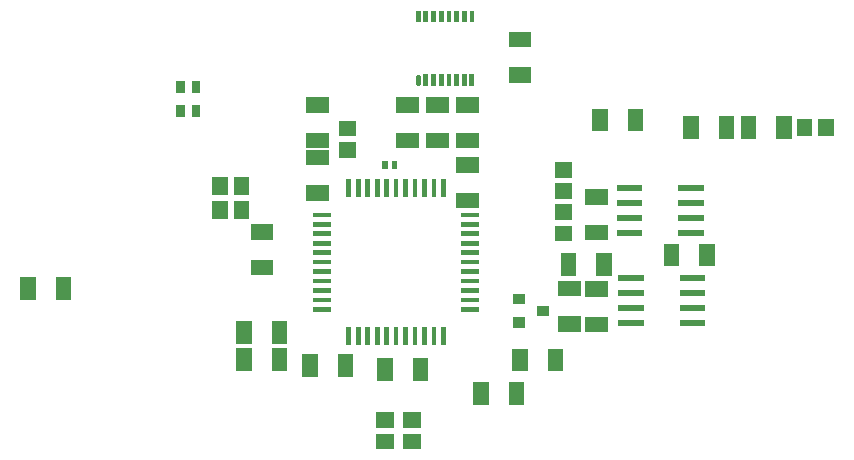
<source format=gbr>
G04 start of page 10 for group -4015 idx -4015 *
G04 Title: (unknown), toppaste *
G04 Creator: pcb 1.99z *
G04 CreationDate: Wed 25 Sep 2013 08:10:56 PM GMT UTC *
G04 For: commonadmin *
G04 Format: Gerber/RS-274X *
G04 PCB-Dimensions: 600000 500000 *
G04 PCB-Coordinate-Origin: lower left *
%MOIN*%
%FSLAX25Y25*%
%LNTOPPASTE*%
%ADD95R,0.0340X0.0340*%
%ADD94R,0.0200X0.0200*%
%ADD93R,0.0157X0.0157*%
%ADD92R,0.0512X0.0512*%
%ADD91R,0.0197X0.0197*%
%ADD90R,0.0160X0.0160*%
%ADD89C,0.0160*%
%ADD88R,0.0295X0.0295*%
G54D88*X72000Y128392D02*Y127408D01*
X66882Y128392D02*Y127408D01*
Y136392D02*Y135408D01*
X72000Y136392D02*Y135408D01*
G54D89*X146000Y139500D02*Y137300D01*
G54D90*X148600Y139500D02*Y137300D01*
X151100Y139500D02*Y137300D01*
X153700Y139500D02*Y137300D01*
X156300Y139500D02*Y137300D01*
X158800Y139500D02*Y137300D01*
X161400Y139500D02*Y137300D01*
X163900Y139500D02*Y137300D01*
X164000Y160700D02*Y158500D01*
X161400Y160700D02*Y158500D01*
X158900Y160700D02*Y158500D01*
X156300Y160700D02*Y158500D01*
X153700Y160700D02*Y158500D01*
X151200Y160700D02*Y158500D01*
X148600Y160700D02*Y158500D01*
X146100Y160700D02*Y158500D01*
G54D91*X135000Y110393D02*Y109607D01*
X138148Y110393D02*Y109607D01*
G54D92*X151319Y118190D02*X153681D01*
X151319Y130000D02*X153681D01*
X141319Y118190D02*X143681D01*
X141319Y130000D02*X143681D01*
X161319Y118190D02*X163681D01*
X161319Y130000D02*X163681D01*
X122107Y115000D02*X122893D01*
X122107Y122086D02*X122893D01*
X178819Y151810D02*X181181D01*
X178819Y140000D02*X181181D01*
X111319Y118190D02*X113681D01*
X111319Y130000D02*X113681D01*
X111319Y100690D02*X113681D01*
X111319Y112500D02*X113681D01*
X161319Y110000D02*X163681D01*
X161319Y98190D02*X163681D01*
X167000Y35081D02*Y32719D01*
X178810Y35081D02*Y32719D01*
X110005Y44306D02*Y41944D01*
X121815Y44306D02*Y41944D01*
X143607Y17900D02*X144393D01*
X143607Y24986D02*X144393D01*
X134607Y17900D02*X135393D01*
X134607Y24986D02*X135393D01*
X146810Y43081D02*Y40719D01*
X135000Y43081D02*Y40719D01*
X88000Y55381D02*Y53019D01*
X99810Y55381D02*Y53019D01*
X88000Y46381D02*Y44019D01*
X99810Y46381D02*Y44019D01*
G54D93*X111787Y93396D02*X116213D01*
X111787Y90247D02*X116213D01*
X111787Y87097D02*X116213D01*
X111787Y83948D02*X116213D01*
X111787Y80798D02*X116213D01*
X111787Y77648D02*X116213D01*
X111787Y74499D02*X116213D01*
X111787Y71349D02*X116213D01*
X111787Y68200D02*X116213D01*
X111787Y65050D02*X116213D01*
X111787Y61900D02*X116213D01*
X122937Y55176D02*Y50750D01*
X126086Y55176D02*Y50750D01*
X129236Y55176D02*Y50750D01*
X132385Y55176D02*Y50750D01*
X135535Y55176D02*Y50750D01*
X138685Y55176D02*Y50750D01*
X141834Y55176D02*Y50750D01*
X144984Y55176D02*Y50750D01*
X148133Y55176D02*Y50750D01*
X151283Y55176D02*Y50750D01*
X154433Y55176D02*Y50750D01*
X161157Y61900D02*X165583D01*
X161157Y65049D02*X165583D01*
X161157Y68199D02*X165583D01*
X161157Y71348D02*X165583D01*
X161157Y74498D02*X165583D01*
X161157Y77648D02*X165583D01*
X161157Y80797D02*X165583D01*
X161157Y83947D02*X165583D01*
X161157Y87096D02*X165583D01*
X161157Y90246D02*X165583D01*
X161157Y93396D02*X165583D01*
X154433Y104546D02*Y100120D01*
X151284Y104546D02*Y100120D01*
X148134Y104546D02*Y100120D01*
X144985Y104546D02*Y100120D01*
X141835Y104546D02*Y100120D01*
X138685Y104546D02*Y100120D01*
X135536Y104546D02*Y100120D01*
X132386Y104546D02*Y100120D01*
X129237Y104546D02*Y100120D01*
X126087Y104546D02*Y100120D01*
X122937Y104546D02*Y100120D01*
G54D92*X92819Y87710D02*X95181D01*
X92819Y75900D02*X95181D01*
X80000Y95293D02*Y94507D01*
X87086Y95293D02*Y94507D01*
X80000Y103293D02*Y102507D01*
X87086Y103293D02*Y102507D01*
X16000Y70081D02*Y67719D01*
X27810Y70081D02*Y67719D01*
X180000Y46181D02*Y43819D01*
X191810Y46181D02*Y43819D01*
X207985Y78055D02*Y75693D01*
X196175Y78055D02*Y75693D01*
X204304Y56874D02*X206666D01*
X204304Y68684D02*X206666D01*
X195319Y68810D02*X197681D01*
X195319Y57000D02*X197681D01*
X230500Y81181D02*Y78819D01*
X242310Y81181D02*Y78819D01*
X204319Y87500D02*X206681D01*
X204319Y99310D02*X206681D01*
X194107Y87224D02*X194893D01*
X194107Y94310D02*X194893D01*
X194107Y101310D02*X194893D01*
X194107Y108396D02*X194893D01*
X218500Y126181D02*Y123819D01*
X206690Y126181D02*Y123819D01*
G54D94*X213250Y102500D02*X219750D01*
X213250Y97500D02*X219750D01*
X213250Y92500D02*X219750D01*
X213250Y87500D02*X219750D01*
X233750D02*X240250D01*
X233750Y92500D02*X240250D01*
X233750Y97500D02*X240250D01*
X233750Y102500D02*X240250D01*
G54D95*X179200Y65300D02*X179800D01*
X179200Y57500D02*X179800D01*
X187400Y61400D02*X188000D01*
G54D94*X213750Y72500D02*X220250D01*
X213750Y67500D02*X220250D01*
X213750Y62500D02*X220250D01*
X213750Y57500D02*X220250D01*
X234250D02*X240750D01*
X234250Y62500D02*X240750D01*
X234250Y67500D02*X240750D01*
X234250Y72500D02*X240750D01*
G54D92*X237000Y123681D02*Y121319D01*
X248810Y123681D02*Y121319D01*
X256189Y123681D02*Y121319D01*
X267999Y123681D02*Y121319D01*
X274914Y122893D02*Y122107D01*
X282000Y122893D02*Y122107D01*
M02*

</source>
